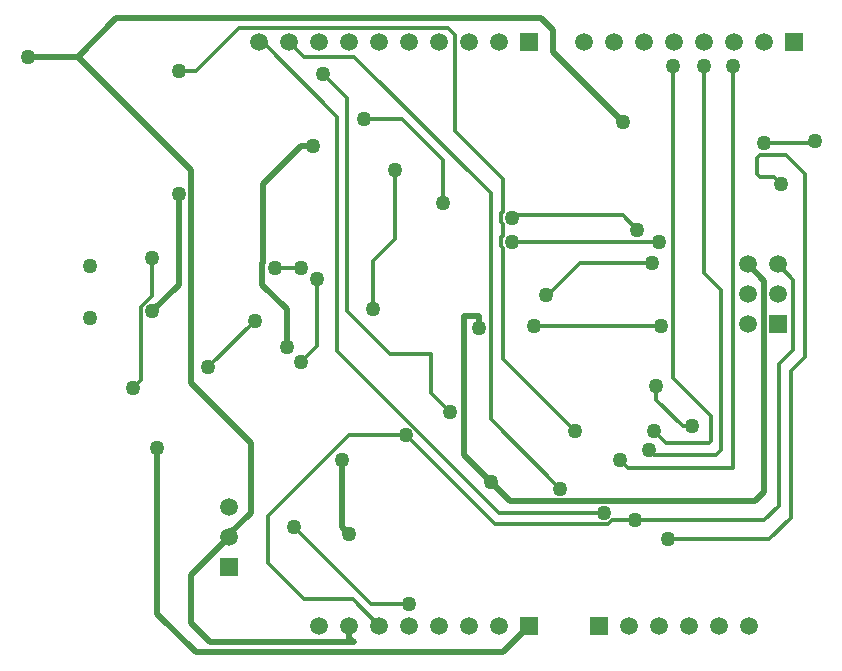
<source format=gbl>
G04*
G04 #@! TF.GenerationSoftware,Altium Limited,Altium Designer,18.0.9 (584)*
G04*
G04 Layer_Physical_Order=2*
G04 Layer_Color=16711680*
%FSLAX25Y25*%
%MOIN*%
G70*
G01*
G75*
%ADD52C,0.01181*%
%ADD53C,0.02000*%
%ADD54C,0.05906*%
%ADD55R,0.05906X0.05906*%
%ADD56R,0.05906X0.05906*%
%ADD57C,0.05000*%
%ADD58C,0.04943*%
D52*
X159200Y81600D02*
Y156942D01*
X113742Y202400D02*
X159200Y156942D01*
X96800Y202400D02*
X113742D01*
X220000Y95200D02*
X232677Y82523D01*
Y74277D02*
Y82523D01*
X232000Y73600D02*
X232677Y74277D01*
X240000Y65354D02*
Y199200D01*
X205046Y65354D02*
X240000D01*
X202400Y68000D02*
X205046Y65354D01*
X177559Y122441D02*
Y122835D01*
Y122441D02*
X177600Y122400D01*
X159200Y81600D02*
X182400Y58400D01*
X163200Y150819D02*
Y161600D01*
X162709Y150329D02*
X163200Y150819D01*
X162709Y147271D02*
Y150329D01*
Y147271D02*
X163200Y146781D01*
Y142819D02*
Y146781D01*
X162709Y142329D02*
X163200Y142819D01*
X162709Y139271D02*
Y142329D01*
Y139271D02*
X163200Y138781D01*
Y101600D02*
Y138781D01*
Y101600D02*
X187200Y77600D01*
X167200Y149600D02*
X203200D01*
X166400Y148800D02*
X167200Y149600D01*
X89030Y132000D02*
X96000D01*
X87236Y133793D02*
X89030Y132000D01*
X87200D02*
Y133757D01*
X87236Y133793D01*
X199619Y48000D02*
X207200D01*
X198329Y46709D02*
X199619Y48000D01*
X160491Y46709D02*
X198329D01*
X131013Y76187D02*
X160491Y46709D01*
X166400Y140800D02*
X215200D01*
X173600Y112800D02*
X216000D01*
X147200Y177600D02*
X163200Y161600D01*
X147200Y177600D02*
Y209600D01*
X144800Y212000D02*
X147200Y209600D01*
X75200Y212000D02*
X144800D01*
X92000Y207200D02*
X96800Y202400D01*
X60858Y197658D02*
X75200Y212000D01*
X55258Y197658D02*
X60858D01*
X127200Y141600D02*
Y164800D01*
X120000Y134400D02*
X127200Y141600D01*
X120000Y118400D02*
Y134400D01*
X111200Y117600D02*
X125600Y103200D01*
X111200Y117600D02*
Y160800D01*
X125600Y103200D02*
X139200D01*
X96000Y100800D02*
X101193Y105993D01*
X108000Y104419D02*
Y182400D01*
Y104419D02*
X162019Y50400D01*
X188800Y133600D02*
X212800D01*
X177600Y122400D02*
X188800Y133600D01*
X220000Y95200D02*
Y199200D01*
X203200Y149600D02*
X208000Y144800D01*
X83200Y207200D02*
X108000Y182400D01*
X82000Y207200D02*
X83200D01*
X129600Y181600D02*
X143200Y168000D01*
X116800Y181600D02*
X129600D01*
X111200Y160800D02*
Y188800D01*
X103200Y196800D02*
X111200Y188800D01*
X214400Y88000D02*
Y92800D01*
X207200Y48000D02*
X250400D01*
X255200Y52800D01*
Y100000D01*
X260000Y104800D01*
Y128000D01*
X254800Y133200D02*
X260000Y128000D01*
X214400Y88000D02*
X223200Y79200D01*
X253600Y162400D02*
X256000Y160000D01*
X248800Y162400D02*
X253600D01*
X248000Y163200D02*
X248800Y162400D01*
X248000Y163200D02*
Y168800D01*
X248800Y169600D01*
X257600D01*
X264000Y163200D01*
Y102400D02*
Y163200D01*
X259200Y97600D02*
X264000Y102400D01*
X259200Y48800D02*
Y97600D01*
X252000Y41600D02*
X259200Y48800D01*
X218400Y41600D02*
X252000D01*
X234400Y13600D02*
Y14400D01*
Y13600D02*
X235200Y12800D01*
X217600Y73600D02*
X232000D01*
X213474Y77726D02*
X217600Y73600D01*
X162019Y50400D02*
X196800D01*
X40000Y92000D02*
X42709Y94709D01*
Y119129D01*
X46400Y122819D01*
Y135200D01*
X143200Y153600D02*
Y168000D01*
X139200Y90400D02*
Y103200D01*
Y90400D02*
X145600Y84000D01*
X212000Y71200D02*
X213600Y69600D01*
X234400D01*
X236000Y71200D01*
Y124800D01*
X223200Y79200D02*
X226400D01*
X226800Y78800D01*
X230400Y130400D02*
X236000Y124800D01*
X230400Y130400D02*
Y199200D01*
X266400Y173600D02*
X267200Y174400D01*
X250400Y173600D02*
X266400D01*
X201600Y68800D02*
X202400Y68000D01*
X113200Y21600D02*
X122000Y12800D01*
X96800Y21600D02*
X113200D01*
X84800Y33600D02*
X96800Y21600D01*
X84800Y33600D02*
Y49174D01*
X111813Y76187D01*
X119200Y20000D02*
X132000D01*
X93600Y45600D02*
X119200Y20000D01*
X111813Y76187D02*
X131013D01*
X101193Y105993D02*
Y128393D01*
X65030Y98970D02*
X80460Y114400D01*
D53*
X198498Y54500D02*
X198598Y54400D01*
X195102Y54500D02*
X198498D01*
X194902Y54300D02*
X195102Y54500D01*
X96000Y172800D02*
X100000D01*
X83200Y160000D02*
X96000Y172800D01*
X83200Y133798D02*
Y160000D01*
X83100Y133698D02*
X83200Y133798D01*
X83100Y126500D02*
Y133698D01*
Y126500D02*
X91200Y118400D01*
Y105600D02*
Y118400D01*
X109600Y45600D02*
X112000Y43200D01*
X109600Y45600D02*
Y68000D01*
X21600Y202400D02*
X34400Y215200D01*
X176000D01*
X180000Y211200D01*
Y204000D02*
Y211200D01*
Y204000D02*
X203200Y180800D01*
X250247Y57447D02*
Y127753D01*
X247200Y54400D02*
X250247Y57447D01*
X244800Y133200D02*
X250247Y127753D01*
X198598Y54400D02*
X247200D01*
X165700Y54300D02*
X194902D01*
X159200Y60800D02*
X165700Y54300D01*
X155275Y111925D02*
Y115925D01*
X155200Y116000D02*
X155275Y115925D01*
X150400Y116000D02*
X155200D01*
X150400Y69600D02*
Y116000D01*
Y69600D02*
X159200Y60800D01*
X4800Y202400D02*
X21600D01*
X59300Y164700D01*
Y155102D02*
Y164700D01*
X59200Y155002D02*
X59300Y155102D01*
X59200Y93600D02*
Y155002D01*
Y93600D02*
X79200Y73600D01*
Y50400D02*
Y73600D01*
X72000Y43200D02*
X79200Y50400D01*
X72000Y42400D02*
Y43200D01*
X55200Y126400D02*
Y156800D01*
X46400Y117600D02*
X55200Y126400D01*
X59200Y13600D02*
X65600Y7200D01*
X113600D01*
X60800Y4000D02*
X163200D01*
X59200Y13600D02*
Y29600D01*
X48000Y16800D02*
X60800Y4000D01*
X163200D02*
X172000Y12800D01*
X112000Y8800D02*
Y12800D01*
Y8800D02*
X113600Y7200D01*
X59200Y29600D02*
X72000Y42400D01*
X48000Y16800D02*
Y72000D01*
D54*
X244800Y133200D02*
D03*
X254800D02*
D03*
X244800Y123200D02*
D03*
X254800D02*
D03*
X244800Y113200D02*
D03*
X72000Y42400D02*
D03*
Y52400D02*
D03*
X205200Y12800D02*
D03*
X215200D02*
D03*
X225200D02*
D03*
X235200D02*
D03*
X245200D02*
D03*
X250400Y207200D02*
D03*
X240400D02*
D03*
X230400D02*
D03*
X220400D02*
D03*
X210400D02*
D03*
X200400D02*
D03*
X190400D02*
D03*
X162000Y12800D02*
D03*
X152000D02*
D03*
X142000D02*
D03*
X132000D02*
D03*
X122000D02*
D03*
X112000D02*
D03*
X102000D02*
D03*
X152000Y207200D02*
D03*
X82000D02*
D03*
X92000D02*
D03*
X102000D02*
D03*
X112000D02*
D03*
X122000D02*
D03*
X132000D02*
D03*
X142000D02*
D03*
X162000D02*
D03*
D55*
X254800Y113200D02*
D03*
X72000Y32400D02*
D03*
D56*
X195200Y12800D02*
D03*
X260400Y207200D02*
D03*
X172000Y12800D02*
D03*
Y207200D02*
D03*
D57*
X177559Y122835D02*
D03*
X91200Y105600D02*
D03*
X80460Y114400D02*
D03*
X96000Y132000D02*
D03*
X87200D02*
D03*
X100000Y172800D02*
D03*
X112000Y43200D02*
D03*
X109600Y68000D02*
D03*
X187200Y77600D02*
D03*
X166400Y140800D02*
D03*
Y148800D02*
D03*
X173600Y112800D02*
D03*
X55258Y197658D02*
D03*
X127200Y164800D02*
D03*
X120000Y118400D02*
D03*
X96000Y100800D02*
D03*
X215200Y140800D02*
D03*
X212800Y133600D02*
D03*
X208000Y144800D02*
D03*
X116800Y181600D02*
D03*
X203200Y180800D02*
D03*
X214400Y92800D02*
D03*
X207200Y48000D02*
D03*
X216000Y112800D02*
D03*
X182400Y58400D02*
D03*
X256000Y160000D02*
D03*
X218400Y41600D02*
D03*
X159200Y60800D02*
D03*
X155275Y111925D02*
D03*
X196800Y50400D02*
D03*
X46400Y135200D02*
D03*
X4800Y202400D02*
D03*
X40000Y92000D02*
D03*
X46400Y117600D02*
D03*
X55200Y156800D02*
D03*
X143200Y153600D02*
D03*
X145600Y84000D02*
D03*
X103200Y196800D02*
D03*
X226400Y79200D02*
D03*
X213474Y77726D02*
D03*
X212000Y71200D02*
D03*
X250400Y173600D02*
D03*
X267200Y174400D02*
D03*
X202400Y68000D02*
D03*
X220000Y199200D02*
D03*
X230400D02*
D03*
X240000D02*
D03*
X131013Y76187D02*
D03*
X101193Y128393D02*
D03*
X65030Y98970D02*
D03*
X93600Y45600D02*
D03*
X132000Y20000D02*
D03*
X48000Y72000D02*
D03*
D58*
X25709Y132661D02*
D03*
Y115339D02*
D03*
M02*

</source>
